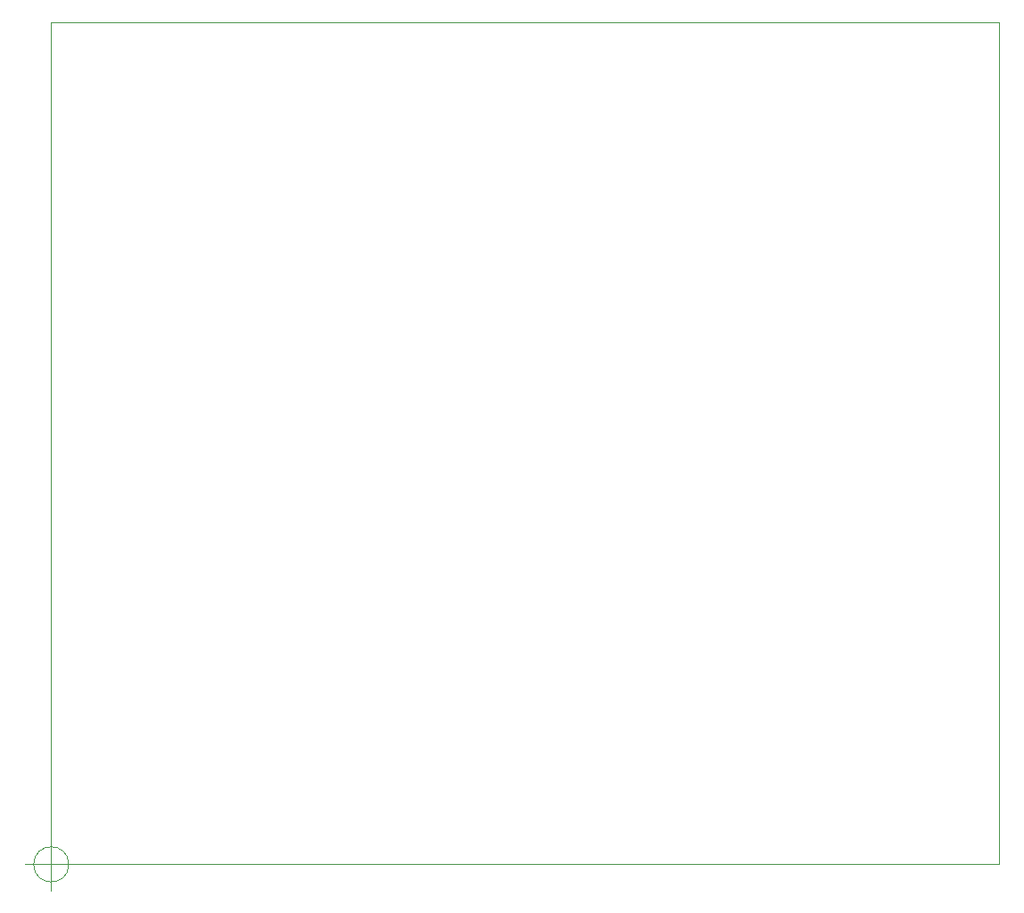
<source format=gbr>
G04 #@! TF.GenerationSoftware,KiCad,Pcbnew,5.1.7-a382d34a8~87~ubuntu18.04.1*
G04 #@! TF.CreationDate,2021-02-18T22:44:55+00:00*
G04 #@! TF.ProjectId,Laser-Driver-v3,4c617365-722d-4447-9269-7665722d7633,rev?*
G04 #@! TF.SameCoordinates,Original*
G04 #@! TF.FileFunction,Profile,NP*
%FSLAX46Y46*%
G04 Gerber Fmt 4.6, Leading zero omitted, Abs format (unit mm)*
G04 Created by KiCad (PCBNEW 5.1.7-a382d34a8~87~ubuntu18.04.1) date 2021-02-18 22:44:55*
%MOMM*%
%LPD*%
G01*
G04 APERTURE LIST*
G04 #@! TA.AperFunction,Profile*
%ADD10C,0.100000*%
G04 #@! TD*
G04 APERTURE END LIST*
D10*
X90000000Y-40000000D02*
X90000000Y-50000000D01*
X180000000Y-40000000D02*
X90000000Y-40000000D01*
X180000000Y-50000000D02*
X180000000Y-40000000D01*
X91666666Y-120000000D02*
G75*
G03*
X91666666Y-120000000I-1666666J0D01*
G01*
X87500000Y-120000000D02*
X92500000Y-120000000D01*
X90000000Y-117500000D02*
X90000000Y-122500000D01*
X90000000Y-120000000D02*
X90000000Y-50000000D01*
X180000000Y-120000000D02*
X90000000Y-120000000D01*
X180000000Y-50000000D02*
X180000000Y-120000000D01*
M02*

</source>
